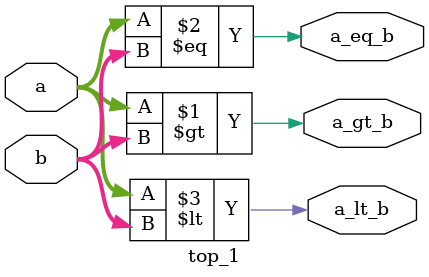
<source format=sv>
module top_1(
    input  [3:0] a,
    input  [3:0] b,
    output       a_gt_b,  // 1 if a > b
    output       a_eq_b,  // 1 if a == b
    output       a_lt_b   // 1 if a < b
);
    assign a_gt_b = (a > b);
    assign a_eq_b = (a == b);
    assign a_lt_b = (a < b);
endmodule

</source>
